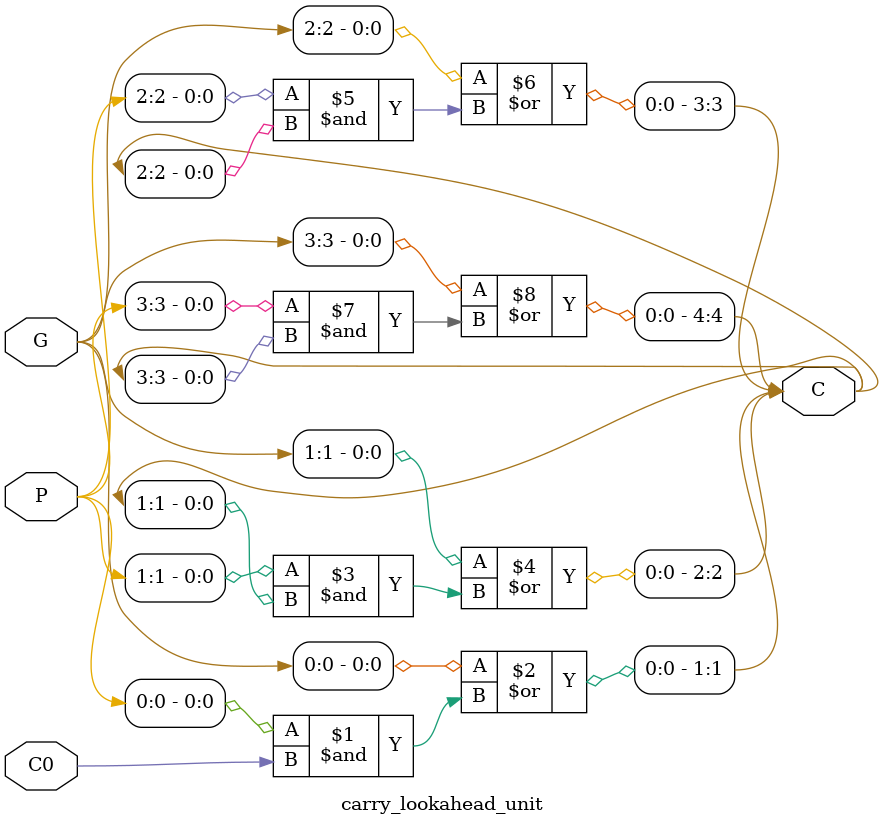
<source format=v>
`timescale 1ns / 1ps
`default_nettype none
/* This module describes the 4-bit carry-lookahead unit *
*  for a carry-lookahead adder                          */

module carry_lookahead_unit(C,G,P,C0);
    // ports are wires because we will use dataflow
    output wire [4:1] C;    //C4, C3, C2, C1
    input wire [3:0] G,P;  //genereates and propagates
    input wire C0;          //input carry in
    
    assign #4 C[1] = G[0] | (P[0] & C0);
    assign #4 C[2] = G[1] | (P[1] & C[1]);
    assign #4 C[3] = G[2] | (P[2] & C[2]);
    assign #4 C[4] = G[3] | (P[3] & C[3]);

endmodule
</source>
